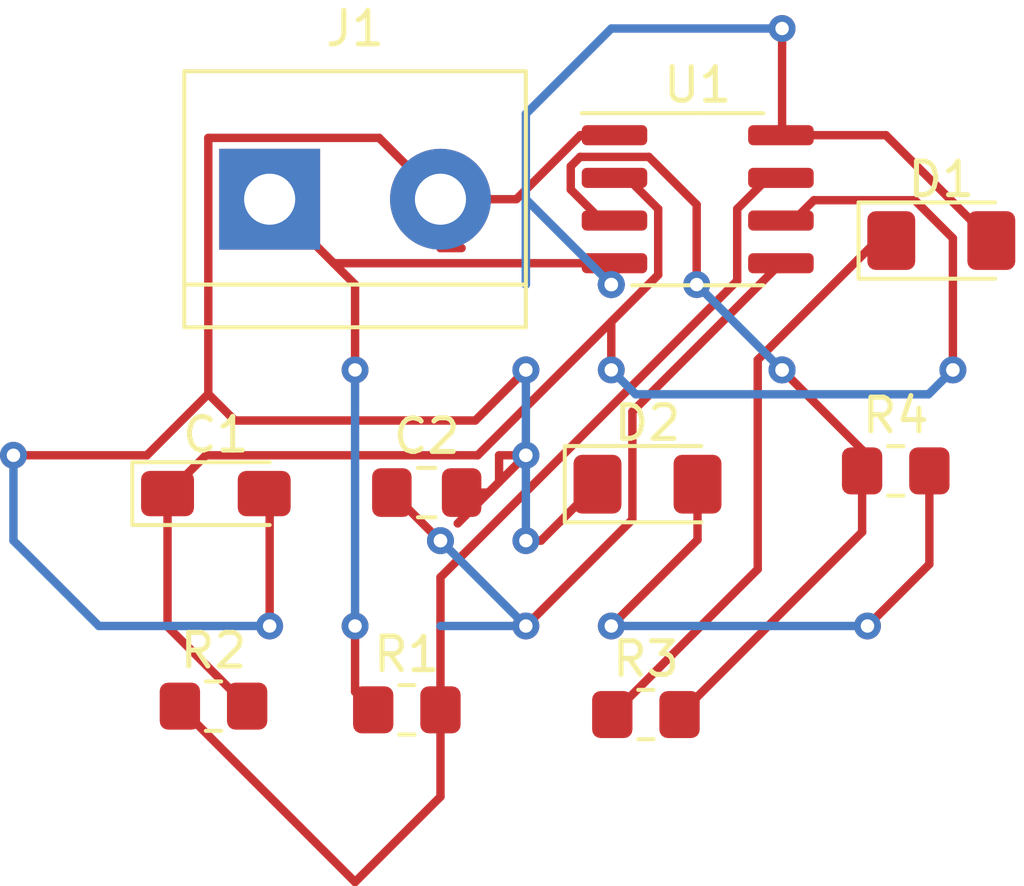
<source format=kicad_pcb>
(kicad_pcb (version 20211014) (generator pcbnew)
  (layers (0 "F.Cu" signal) (31 "B.Cu" signal) (34 "B.Paste" user) (35 "F.Paste" user) (36 "B.SilkS" user "B.Silkscreen") (37 "F.SilkS" user "F.Silkscreen") (38 "B.Mask" user) (39 "F.Mask" user) (44 "Edge.Cuts" user))
  (net 0 "")
  (net 1 "/pin_2")
  (net 2 "GND")
  (net 3 "Net-(C2-Pad1)")
  (net 4 "Net-(D1-Pad1)")
  (net 5 "+9V")
  (net 6 "Net-(D2-Pad2)")
  (net 7 "/pin_7")
  (net 8 "/pin_3")
  (footprint "Resistor_SMD:R_0805_2012Metric_Pad1.20x1.40mm_HandSolder" (layer "F.Cu") (at 135.49 93.825)
    (fp_text reference "R2" (at 0 -1.65) (layer "F.SilkS"))
    (fp_text value "10k")
    (fp_line (start -0.227064 -0.735) (end 0.227064 -0.735) (layer "F.SilkS") (width 0.12))
    (fp_line (start -0.227064 0.735) (end 0.227064 0.735) (layer "F.SilkS") (width 0.12))
    (pad "1" smd roundrect (at -1 0) (size 1.2 1.4) (layers "F.Cu" "F.Paste" "F.Mask") (roundrect_rratio 0.208333) (net 7 "/pin_7"))
    (pad "2" smd roundrect (at 1 0) (size 1.2 1.4) (layers "F.Cu" "F.Paste" "F.Mask") (roundrect_rratio 0.208333) (net 1 "/pin_2"))
  )
  (footprint "LED_SMD:LED_1206_3216Metric_Pad1.42x1.75mm_HandSolder" (layer "F.Cu") (at 157.135 79.97)
    (fp_text reference "D1" (at 0 -1.82) (layer "F.SilkS"))
    (fp_text value "LED")
    (fp_line (start -2.46 -1.135) (end -2.46 1.135) (layer "F.SilkS") (width 0.12))
    (fp_line (start 1.6 -1.135) (end -2.46 -1.135) (layer "F.SilkS") (width 0.12))
    (fp_line (start -2.46 1.135) (end 1.6 1.135) (layer "F.SilkS") (width 0.12))
    (pad "1" smd roundrect (at -1.4875 0) (size 1.425 1.75) (layers "F.Cu" "F.Paste" "F.Mask") (roundrect_rratio 0.175439) (net 4 "Net-(D1-Pad1)"))
    (pad "2" smd roundrect (at 1.4875 0) (size 1.425 1.75) (layers "F.Cu" "F.Paste" "F.Mask") (roundrect_rratio 0.175439) (net 5 "+9V"))
  )
  (footprint "Resistor_SMD:R_0805_2012Metric_Pad1.20x1.40mm_HandSolder" (layer "F.Cu") (at 155.78 86.825)
    (fp_text reference "R4" (at 0 -1.65) (layer "F.SilkS"))
    (fp_text value "1K")
    (fp_line (start -0.227064 -0.735) (end 0.227064 -0.735) (layer "F.SilkS") (width 0.12))
    (fp_line (start -0.227064 0.735) (end 0.227064 0.735) (layer "F.SilkS") (width 0.12))
    (pad "1" smd roundrect (at -1 0) (size 1.2 1.4) (layers "F.Cu" "F.Paste" "F.Mask") (roundrect_rratio 0.208333) (net 8 "/pin_3"))
    (pad "2" smd roundrect (at 1 0) (size 1.2 1.4) (layers "F.Cu" "F.Paste" "F.Mask") (roundrect_rratio 0.208333) (net 6 "Net-(D2-Pad2)"))
  )
  (footprint "Package_SO:SOIC-8_3.9x4.9mm_P1.27mm" (layer "F.Cu") (at 149.89 78.74)
    (fp_text reference "U1" (at 0 -3.4) (layer "F.SilkS"))
    (fp_text value "NE555D")
    (fp_line (start 0 2.56) (end 1.95 2.56) (layer "F.SilkS") (width 0.12))
    (fp_line (start 0 -2.56) (end 1.95 -2.56) (layer "F.SilkS") (width 0.12))
    (fp_line (start 0 2.56) (end -1.95 2.56) (layer "F.SilkS") (width 0.12))
    (fp_line (start 0 -2.56) (end -3.45 -2.56) (layer "F.SilkS") (width 0.12))
    (pad "1" smd roundrect (at -2.475 -1.905) (size 1.95 0.6) (layers "F.Cu" "F.Paste" "F.Mask") (net 2 "GND"))
    (pad "2" smd roundrect (at -2.475 -0.635) (size 1.95 0.6) (layers "F.Cu" "F.Paste" "F.Mask") (net 1 "/pin_2"))
    (pad "3" smd roundrect (at -2.475 0.635) (size 1.95 0.6) (layers "F.Cu" "F.Paste" "F.Mask") (net 8 "/pin_3"))
    (pad "4" smd roundrect (at -2.475 1.905) (size 1.95 0.6) (layers "F.Cu" "F.Paste" "F.Mask") (net 5 "+9V"))
    (pad "5" smd roundrect (at 2.475 1.905) (size 1.95 0.6) (layers "F.Cu" "F.Paste" "F.Mask") (net 3 "Net-(C2-Pad1)"))
    (pad "6" smd roundrect (at 2.475 0.635) (size 1.95 0.6) (layers "F.Cu" "F.Paste" "F.Mask") (net 1 "/pin_2"))
    (pad "7" smd roundrect (at 2.475 -0.635) (size 1.95 0.6) (layers "F.Cu" "F.Paste" "F.Mask") (net 7 "/pin_7"))
    (pad "8" smd roundrect (at 2.475 -1.905) (size 1.95 0.6) (layers "F.Cu" "F.Paste" "F.Mask") (net 5 "+9V"))
  )
  (footprint "Resistor_SMD:R_0805_2012Metric_Pad1.20x1.40mm_HandSolder" (layer "F.Cu") (at 141.24 93.935)
    (fp_text reference "R1" (at 0 -1.65) (layer "F.SilkS"))
    (fp_text value "1k")
    (fp_line (start -0.227064 0.735) (end 0.227064 0.735) (layer "F.SilkS") (width 0.12))
    (fp_line (start -0.227064 -0.735) (end 0.227064 -0.735) (layer "F.SilkS") (width 0.12))
    (pad "1" smd roundrect (at -1 0) (size 1.2 1.4) (layers "F.Cu" "F.Paste" "F.Mask") (roundrect_rratio 0.208333) (net 5 "+9V"))
    (pad "2" smd roundrect (at 1 0) (size 1.2 1.4) (layers "F.Cu" "F.Paste" "F.Mask") (roundrect_rratio 0.208333) (net 7 "/pin_7"))
  )
  (footprint "LED_SMD:LED_1206_3216Metric_Pad1.42x1.75mm_HandSolder" (layer "F.Cu") (at 148.3975 87.22)
    (fp_text reference "D2" (at 0 -1.82) (layer "F.SilkS"))
    (fp_text value "LED")
    (fp_line (start -2.46 -1.135) (end -2.46 1.135) (layer "F.SilkS") (width 0.12))
    (fp_line (start 1.6 -1.135) (end -2.46 -1.135) (layer "F.SilkS") (width 0.12))
    (fp_line (start -2.46 1.135) (end 1.6 1.135) (layer "F.SilkS") (width 0.12))
    (pad "1" smd roundrect (at -1.4875 0) (size 1.425 1.75) (layers "F.Cu" "F.Paste" "F.Mask") (roundrect_rratio 0.175439) (net 2 "GND"))
    (pad "2" smd roundrect (at 1.4875 0) (size 1.425 1.75) (layers "F.Cu" "F.Paste" "F.Mask") (roundrect_rratio 0.175439) (net 6 "Net-(D2-Pad2)"))
  )
  (footprint "Capacitor_SMD:C_0805_2012Metric_Pad1.18x1.45mm_HandSolder" (layer "F.Cu") (at 141.831252 87.47)
    (fp_text reference "C2" (at 0 -1.68) (layer "F.SilkS"))
    (fp_text value "0.01uF")
    (fp_line (start -0.261252 0.735) (end 0.261252 0.735) (layer "F.SilkS") (width 0.12))
    (fp_line (start -0.261252 -0.735) (end 0.261252 -0.735) (layer "F.SilkS") (width 0.12))
    (pad "1" smd roundrect (at -1.0375 0) (size 1.175 1.45) (layers "F.Cu" "F.Paste" "F.Mask") (roundrect_rratio 0.212766) (net 3 "Net-(C2-Pad1)"))
    (pad "2" smd roundrect (at 1.0375 0) (size 1.175 1.45) (layers "F.Cu" "F.Paste" "F.Mask") (roundrect_rratio 0.212766) (net 2 "GND"))
  )
  (footprint "Capacitor_Tantalum_SMD:CP_EIA-3216-18_Kemet-A_Pad1.58x1.35mm_HandSolder" (layer "F.Cu") (at 135.56 87.5)
    (fp_text reference "C1" (at 0 -1.75) (layer "F.SilkS"))
    (fp_text value "10uF")
    (fp_line (start 1.6 -0.935) (end -2.485 -0.935) (layer "F.SilkS") (width 0.12))
    (fp_line (start -2.485 -0.935) (end -2.485 0.935) (layer "F.SilkS") (width 0.12))
    (fp_line (start -2.485 0.935) (end 1.6 0.935) (layer "F.SilkS") (width 0.12))
    (pad "1" smd roundrect (at -1.4375 0) (size 1.575 1.35) (layers "F.Cu" "F.Paste" "F.Mask") (roundrect_rratio 0.185185) (net 1 "/pin_2"))
    (pad "2" smd roundrect (at 1.4375 0) (size 1.575 1.35) (layers "F.Cu" "F.Paste" "F.Mask") (roundrect_rratio 0.185185) (net 2 "GND"))
  )
  (footprint "Resistor_SMD:R_0805_2012Metric_Pad1.20x1.40mm_HandSolder" (layer "F.Cu") (at 148.35 94.075)
    (fp_text reference "R3" (at 0 -1.65) (layer "F.SilkS"))
    (fp_text value "1k")
    (fp_line (start -0.227064 -0.735) (end 0.227064 -0.735) (layer "F.SilkS") (width 0.12))
    (fp_line (start -0.227064 0.735) (end 0.227064 0.735) (layer "F.SilkS") (width 0.12))
    (pad "1" smd roundrect (at -1 0) (size 1.2 1.4) (layers "F.Cu" "F.Paste" "F.Mask") (roundrect_rratio 0.208333) (net 4 "Net-(D1-Pad1)"))
    (pad "2" smd roundrect (at 1 0) (size 1.2 1.4) (layers "F.Cu" "F.Paste" "F.Mask") (roundrect_rratio 0.208333) (net 8 "/pin_3"))
  )
  (footprint "TerminalBlock:TerminalBlock_bornier-2_P5.08mm" (layer "F.Cu") (at 137.16 78.74)
    (fp_text reference "J1" (at 2.54 -5.08) (layer "F.SilkS"))
    (fp_text value "J1")
    (fp_line (start -2.54 -3.81) (end -2.54 3.81) (layer "F.SilkS") (width 0.12))
    (fp_line (start 7.62 -3.81) (end -2.54 -3.81) (layer "F.SilkS") (width 0.12))
    (fp_line (start 7.62 2.54) (end -2.54 2.54) (layer "F.SilkS") (width 0.12))
    (fp_line (start -2.54 3.81) (end 7.62 3.81) (layer "F.SilkS") (width 0.12))
    (fp_line (start 7.62 3.81) (end 7.62 -3.81) (layer "F.SilkS") (width 0.12))
    (pad "1" thru_hole rect (at 0 0) (size 3 3) (drill 1.52) (layers *.Cu *.Mask) (net 5 "+9V"))
    (pad "2" thru_hole circle (at 5.08 0) (size 3 3) (drill 1.52) (layers *.Cu *.Mask) (net 2 "GND"))
  )
  (segment (start 148.715 79.028249) (end 148.715 80.991751) (width 0.25) (layer "F.Cu") (net 1))
  (segment (start 147.415 78.105) (end 147.791751 78.105) (width 0.25) (layer "F.Cu") (net 1))
  (segment (start 148.715 80.991751) (end 143.346751 86.36) (width 0.25) (layer "F.Cu") (net 1))
  (segment (start 147.32 82.386751) (end 148.715 80.991751) (width 0.25) (layer "F.Cu") (net 1))
  (segment (start 152.365 79.375) (end 152.741751 79.375) (width 0.25) (layer "F.Cu") (net 1))
  (segment (start 156.348172 78.77) (end 157.48 79.901828) (width 0.25) (layer "F.Cu") (net 1))
  (segment (start 157.48 79.901828) (end 157.48 83.82) (width 0.25) (layer "F.Cu") (net 1))
  (segment (start 147.791751 78.105) (end 148.715 79.028249) (width 0.25) (layer "F.Cu") (net 1))
  (segment (start 135.2625 86.36) (end 134.1225 87.5) (width 0.25) (layer "F.Cu") (net 1))
  (segment (start 152.741751 79.375) (end 153.346751 78.77) (width 0.25) (layer "F.Cu") (net 1))
  (segment (start 143.346751 86.36) (end 135.2625 86.36) (width 0.25) (layer "F.Cu") (net 1))
  (segment (start 153.346751 78.77) (end 156.348172 78.77) (width 0.25) (layer "F.Cu") (net 1))
  (segment (start 134.1225 91.4575) (end 136.49 93.825) (width 0.25) (layer "F.Cu") (net 1))
  (segment (start 134.1225 87.5) (end 134.1225 91.4575) (width 0.25) (layer "F.Cu") (net 1))
  (segment (start 147.32 83.82) (end 147.32 82.386751) (width 0.25) (layer "F.Cu") (net 1))
  (via (at 157.48 83.82) (size 0.8) (drill 0.4) (layers "F.Cu" "B.Cu") (net 1))
  (via (at 147.32 83.82) (size 0.8) (drill 0.4) (layers "F.Cu" "B.Cu") (net 1))
  (via (at 157.48 83.82) (size 0.8) (drill 0.4) (layers "F.Cu" "B.Cu") (net 1))
  (segment (start 156.755 84.545) (end 148.045 84.545) (width 0.25) (layer "B.Cu") (net 1))
  (segment (start 148.045 84.545) (end 147.32 83.82) (width 0.25) (layer "B.Cu") (net 1))
  (segment (start 157.48 83.82) (end 156.755 84.545) (width 0.25) (layer "B.Cu") (net 1))
  (segment (start 144.496853 78.74) (end 142.24 78.74) (width 0.25) (layer "F.Cu") (net 2))
  (segment (start 129.54 86.36) (end 133.51 86.36) (width 0.25) (layer "F.Cu") (net 2))
  (segment (start 144.78 86.36) (end 143.67 87.47) (width 0.25) (layer "F.Cu") (net 2))
  (segment (start 140.415 76.915) (end 135.335 76.915) (width 0.25) (layer "F.Cu") (net 2))
  (segment (start 146.401853 76.835) (end 144.496853 78.74) (width 0.25) (layer "F.Cu") (net 2))
  (segment (start 142.24 78.74) (end 140.415 76.915) (width 0.25) (layer "F.Cu") (net 2))
  (segment (start 142.24 80.195) (end 142.868752 80.195) (width 0.25) (layer "F.Cu") (net 2))
  (segment (start 145.23 88.9) (end 144.78 88.9) (width 0.25) (layer "F.Cu") (net 2))
  (segment (start 143.274823 85.325177) (end 144.78 83.82) (width 0.25) (layer "F.Cu") (net 2))
  (segment (start 136.9975 87.5) (end 137.16 87.6625) (width 0.25) (layer "F.Cu") (net 2))
  (segment (start 143.983147 87.156853) (end 142.752652 88.387348) (width 0.25) (layer "F.Cu") (net 2))
  (segment (start 142.24 78.74) (end 142.24 80.195) (width 0.25) (layer "F.Cu") (net 2))
  (segment (start 135.335 84.535) (end 136.125177 85.325177) (width 0.25) (layer "F.Cu") (net 2))
  (segment (start 146.91 87.22) (end 145.23 88.9) (width 0.25) (layer "F.Cu") (net 2))
  (segment (start 147.415 76.835) (end 146.401853 76.835) (width 0.25) (layer "F.Cu") (net 2))
  (segment (start 137.16 87.6625) (end 137.16 91.44) (width 0.25) (layer "F.Cu") (net 2))
  (segment (start 135.335 76.915) (end 135.335 84.535) (width 0.25) (layer "F.Cu") (net 2))
  (segment (start 133.51 86.36) (end 135.335 84.535) (width 0.25) (layer "F.Cu") (net 2))
  (segment (start 136.125177 85.325177) (end 143.274823 85.325177) (width 0.25) (layer "F.Cu") (net 2))
  (segment (start 144.78 86.36) (end 143.983147 86.36) (width 0.25) (layer "F.Cu") (net 2))
  (segment (start 143.983147 86.36) (end 143.983147 87.156853) (width 0.25) (layer "F.Cu") (net 2))
  (segment (start 143.67 87.47) (end 142.868752 87.47) (width 0.25) (layer "F.Cu") (net 2))
  (via (at 144.78 88.9) (size 0.8) (drill 0.4) (layers "F.Cu" "B.Cu") (net 2))
  (via (at 144.78 83.82) (size 0.8) (drill 0.4) (layers "F.Cu" "B.Cu") (net 2))
  (via (at 144.78 86.36) (size 0.8) (drill 0.4) (layers "F.Cu" "B.Cu") (net 2))
  (via (at 129.54 86.36) (size 0.8) (drill 0.4) (layers "F.Cu" "B.Cu") (net 2))
  (via (at 137.16 91.44) (size 0.8) (drill 0.4) (layers "F.Cu" "B.Cu") (net 2))
  (via (at 144.78 86.36) (size 0.8) (drill 0.4) (layers "F.Cu" "B.Cu") (net 2))
  (via (at 144.78 83.82) (size 0.8) (drill 0.4) (layers "F.Cu" "B.Cu") (net 2))
  (segment (start 144.78 83.82) (end 144.78 86.36) (width 0.25) (layer "B.Cu") (net 2))
  (segment (start 132.08 91.44) (end 129.54 88.9) (width 0.25) (layer "B.Cu") (net 2))
  (segment (start 144.78 88.9) (end 144.78 86.36) (width 0.25) (layer "B.Cu") (net 2))
  (segment (start 129.54 88.9) (end 129.54 86.36) (width 0.25) (layer "B.Cu") (net 2))
  (segment (start 137.16 91.44) (end 132.08 91.44) (width 0.25) (layer "B.Cu") (net 2))
  (segment (start 142.223752 88.9) (end 140.793752 87.47) (width 0.25) (layer "F.Cu") (net 3))
  (segment (start 142.24 88.9) (end 142.223752 88.9) (width 0.25) (layer "F.Cu") (net 3))
  (segment (start 152.365 80.645) (end 147.9475 85.0625) (width 0.25) (layer "F.Cu") (net 3))
  (segment (start 147.9475 88.2725) (end 144.78 91.44) (width 0.25) (layer "F.Cu") (net 3))
  (segment (start 147.9475 85.0625) (end 147.9475 88.2725) (width 0.25) (layer "F.Cu") (net 3))
  (via (at 144.78 91.44) (size 0.8) (drill 0.4) (layers "F.Cu" "B.Cu") (net 3))
  (via (at 142.24 88.9) (size 0.8) (drill 0.4) (layers "F.Cu" "B.Cu") (net 3))
  (via (at 142.24 88.9) (size 0.8) (drill 0.4) (layers "F.Cu" "B.Cu") (net 3))
  (segment (start 144.78 91.44) (end 142.24 91.44) (width 0.25) (layer "B.Cu") (net 3))
  (segment (start 144.78 91.44) (end 142.24 88.9) (width 0.25) (layer "B.Cu") (net 3))
  (segment (start 151.675 89.75) (end 147.35 94.075) (width 0.25) (layer "F.Cu") (net 4))
  (segment (start 151.675 83.519695) (end 151.675 89.75) (width 0.25) (layer "F.Cu") (net 4))
  (segment (start 155.6475 79.97) (end 155.224695 79.97) (width 0.25) (layer "F.Cu") (net 4))
  (segment (start 155.224695 79.97) (end 151.675 83.519695) (width 0.25) (layer "F.Cu") (net 4))
  (segment (start 152.4 76.8) (end 152.4 73.66) (width 0.25) (layer "F.Cu") (net 5))
  (segment (start 152.365 76.835) (end 155.4875 76.835) (width 0.25) (layer "F.Cu") (net 5))
  (segment (start 139.7 93.395) (end 139.7 91.44) (width 0.25) (layer "F.Cu") (net 5))
  (segment (start 137.16 78.74) (end 139.065 80.645) (width 0.25) (layer "F.Cu") (net 5))
  (segment (start 152.365 76.835) (end 152.4 76.8) (width 0.25) (layer "F.Cu") (net 5))
  (segment (start 155.4875 76.835) (end 158.6225 79.97) (width 0.25) (layer "F.Cu") (net 5))
  (segment (start 147.32 80.74) (end 147.415 80.645) (width 0.25) (layer "F.Cu") (net 5))
  (segment (start 139.065 80.645) (end 147.415 80.645) (width 0.25) (layer "F.Cu") (net 5))
  (segment (start 139.7 83.82) (end 139.7 81.28) (width 0.25) (layer "F.Cu") (net 5))
  (segment (start 140.24 93.935) (end 139.7 93.395) (width 0.25) (layer "F.Cu") (net 5))
  (segment (start 147.32 81.28) (end 147.32 80.74) (width 0.25) (layer "F.Cu") (net 5))
  (segment (start 139.7 81.28) (end 139.065 80.645) (width 0.25) (layer "F.Cu") (net 5))
  (via (at 147.32 81.28) (size 0.8) (drill 0.4) (layers "F.Cu" "B.Cu") (net 5))
  (via (at 139.7 83.82) (size 0.8) (drill 0.4) (layers "F.Cu" "B.Cu") (net 5))
  (via (at 147.32 81.28) (size 0.8) (drill 0.4) (layers "F.Cu" "B.Cu") (net 5))
  (via (at 152.4 73.66) (size 0.8) (drill 0.4) (layers "F.Cu" "B.Cu") (net 5))
  (via (at 147.32 81.28) (size 0.8) (drill 0.4) (layers "F.Cu" "B.Cu") (net 5))
  (via (at 147.32 81.28) (size 0.8) (drill 0.4) (layers "F.Cu" "B.Cu") (net 5))
  (via (at 139.7 91.44) (size 0.8) (drill 0.4) (layers "F.Cu" "B.Cu") (net 5))
  (segment (start 144.78 76.2) (end 144.78 81.28) (width 0.25) (layer "B.Cu") (net 5))
  (segment (start 144.78 78.74) (end 147.32 81.28) (width 0.25) (layer "B.Cu") (net 5))
  (segment (start 139.7 91.44) (end 139.7 83.82) (width 0.25) (layer "B.Cu") (net 5))
  (segment (start 144.78 81.28) (end 144.78 78.74) (width 0.25) (layer "B.Cu") (net 5))
  (segment (start 147.32 73.66) (end 144.78 76.2) (width 0.25) (layer "B.Cu") (net 5))
  (segment (start 152.4 73.66) (end 147.32 73.66) (width 0.25) (layer "B.Cu") (net 5))
  (segment (start 147.32 91.44) (end 149.885 88.875) (width 0.25) (layer "F.Cu") (net 6))
  (segment (start 156.78 86.825) (end 156.78 89.6) (width 0.25) (layer "F.Cu") (net 6))
  (segment (start 156.78 89.6) (end 154.94 91.44) (width 0.25) (layer "F.Cu") (net 6))
  (segment (start 149.885 88.875) (end 149.885 87.22) (width 0.25) (layer "F.Cu") (net 6))
  (via (at 154.94 91.44) (size 0.8) (drill 0.4) (layers "F.Cu" "B.Cu") (net 6))
  (via (at 147.32 91.44) (size 0.8) (drill 0.4) (layers "F.Cu" "B.Cu") (net 6))
  (segment (start 154.94 91.44) (end 147.32 91.44) (width 0.25) (layer "B.Cu") (net 6))
  (segment (start 151.065 81.164328) (end 151.065 79.028249) (width 0.25) (layer "F.Cu") (net 7))
  (segment (start 139.7 99.06) (end 142.24 96.52) (width 0.25) (layer "F.Cu") (net 7))
  (segment (start 134.49 93.825) (end 134.49 93.85) (width 0.25) (layer "F.Cu") (net 7))
  (segment (start 151.988249 78.105) (end 152.365 78.105) (width 0.25) (layer "F.Cu") (net 7))
  (segment (start 142.24 93.935) (end 142.24 89.989328) (width 0.25) (layer "F.Cu") (net 7))
  (segment (start 142.24 89.989328) (end 151.065 81.164328) (width 0.25) (layer "F.Cu") (net 7))
  (segment (start 134.49 93.85) (end 139.7 99.06) (width 0.25) (layer "F.Cu") (net 7))
  (segment (start 142.24 96.52) (end 142.24 93.935) (width 0.25) (layer "F.Cu") (net 7))
  (segment (start 151.065 79.028249) (end 151.988249 78.105) (width 0.25) (layer "F.Cu") (net 7))
  (segment (start 154.78 86.825) (end 154.78 86.2) (width 0.25) (layer "F.Cu") (net 8))
  (segment (start 154.78 88.645) (end 154.78 86.825) (width 0.25) (layer "F.Cu") (net 8))
  (segment (start 146.115 78.451751) (end 147.038249 79.375) (width 0.25) (layer "F.Cu") (net 8))
  (segment (start 146.393249 77.48) (end 146.115 77.758249) (width 0.25) (layer "F.Cu") (net 8))
  (segment (start 146.115 77.758249) (end 146.115 78.451751) (width 0.25) (layer "F.Cu") (net 8))
  (segment (start 149.86 81.28) (end 149.86 78.903249) (width 0.25) (layer "F.Cu") (net 8))
  (segment (start 149.35 94.075) (end 154.78 88.645) (width 0.25) (layer "F.Cu") (net 8))
  (segment (start 154.78 86.2) (end 152.4 83.82) (width 0.25) (layer "F.Cu") (net 8))
  (segment (start 147.038249 79.375) (end 147.415 79.375) (width 0.25) (layer "F.Cu") (net 8))
  (segment (start 148.436751 77.48) (end 146.393249 77.48) (width 0.25) (layer "F.Cu") (net 8))
  (segment (start 149.86 78.903249) (end 148.436751 77.48) (width 0.25) (layer "F.Cu") (net 8))
  (via (at 152.4 83.82) (size 0.8) (drill 0.4) (layers "F.Cu" "B.Cu") (net 8))
  (via (at 149.86 81.28) (size 0.8) (drill 0.4) (layers "F.Cu" "B.Cu") (net 8))
  (via (at 152.4 83.82) (size 0.8) (drill 0.4) (layers "F.Cu" "B.Cu") (net 8))
  (via (at 152.4 83.82) (size 0.8) (drill 0.4) (layers "F.Cu" "B.Cu") (net 8))
  (segment (start 152.4 83.82) (end 149.86 81.28) (width 0.25) (layer "B.Cu") (net 8))
)
</source>
